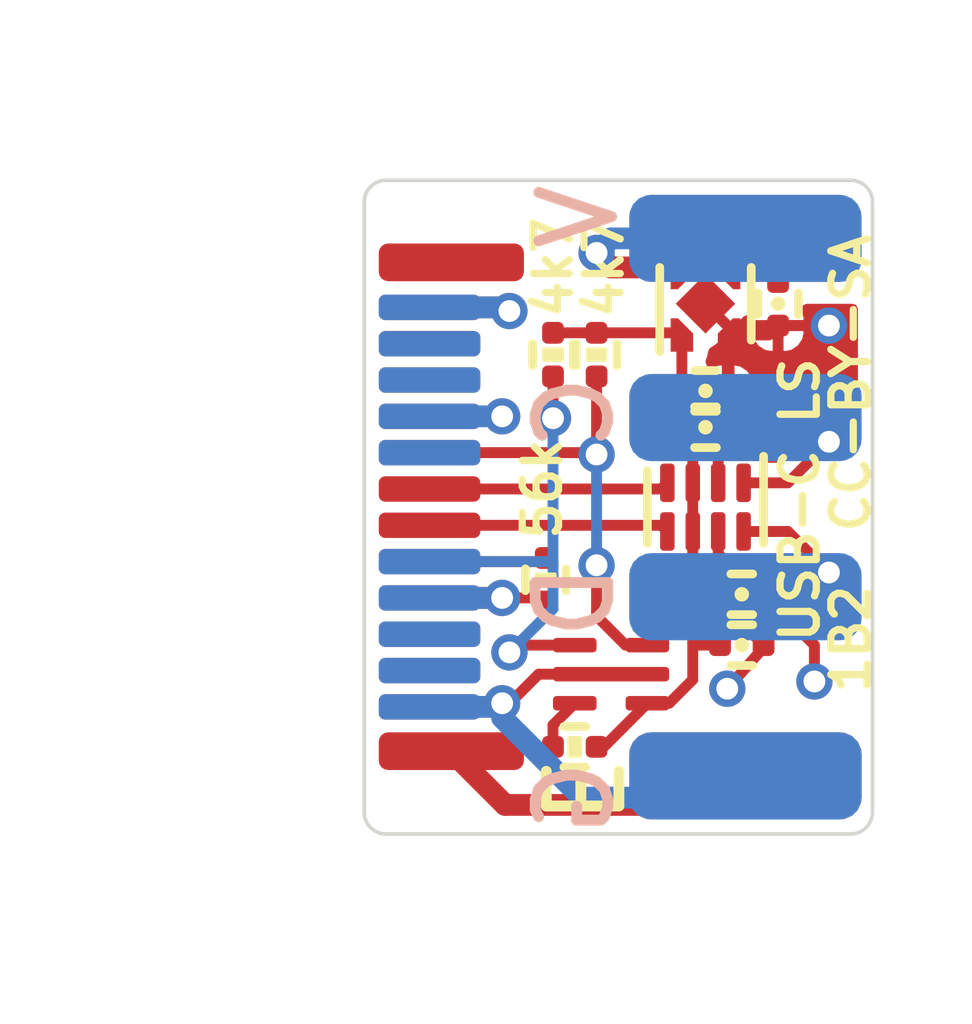
<source format=kicad_pcb>
(kicad_pcb (version 20210228) (generator pcbnew)
  (title_block (title "USB-C LevelShifter Paddle Card") (rev "R1") (company "1BitSquared") (comment 1 "(C) 2021 1BitSquared <info@1bitsquared.com>") (comment 2 "(C) 2021 Piotr Esden-Tempski <piotr@esden.net>"))
  (layers (0 "F.Cu" signal) (1 "In1.Cu" signal) (2 "In2.Cu" signal) (31 "B.Cu" signal) (34 "B.Paste" user) (35 "F.Paste" user) (36 "B.SilkS" user "B.Silkscreen") (37 "F.SilkS" user "F.Silkscreen") (38 "B.Mask" user) (39 "F.Mask" user) (44 "Edge.Cuts" user))
  (net 0 "")
  (net 1 "Earth")
  (net 2 "GND")
  (net 5 "VBUS")
  (net 6 "/DATA")
  (net 7 "/CLK")
  (net 8 "Net-(U3-Pad5)")
  (net 13 "Net-(J1-PadA5)")
  (net 17 "/SCL")
  (net 18 "/SDA")
  (net 19 "+3V3")
  (net 20 "/xCLK")
  (net 21 "/xDATA")
  (footprint "pkl_dipol:C_0201" (layer "F.Cu") (at 34.2 31.9 180)
    (fp_text reference "C5")
    (fp_text value "100n")
    (fp_line (start 0.15 0.28) (end -0.15 0.28) (layer "F.SilkS") (width 0.12))
    (fp_line (start -0.15 -0.28) (end 0.15 -0.28) (layer "F.SilkS") (width 0.12))
    (fp_circle (center 0 0) (end 0.05 0) (layer "F.SilkS") (width 0.1) (fill solid))
    (pad "1" smd roundrect (at -0.3 0 180) (size 0.3 0.3) (layers "F.Cu" "F.Paste" "F.Mask") (net 2 "GND"))
    (pad "2" smd roundrect (at 0.3 0 180) (size 0.3 0.3) (layers "F.Cu" "F.Paste" "F.Mask") (net 19 "+3V3"))
  )
  (footprint "pkl_dipol:C_0201" (layer "F.Cu") (at 33.7 28.9 180)
    (fp_text reference "C3")
    (fp_text value "100n")
    (fp_line (start -0.15 -0.28) (end 0.15 -0.28) (layer "F.SilkS") (width 0.12))
    (fp_line (start 0.15 0.28) (end -0.15 0.28) (layer "F.SilkS") (width 0.12))
    (fp_circle (center 0 0) (end 0.05 0) (layer "F.SilkS") (width 0.1) (fill solid))
    (pad "1" smd roundrect (at -0.3 0 180) (size 0.3 0.3) (layers "F.Cu" "F.Paste" "F.Mask") (net 2 "GND"))
    (pad "2" smd roundrect (at 0.3 0 180) (size 0.3 0.3) (layers "F.Cu" "F.Paste" "F.Mask") (net 19 "+3V3"))
  )
  (footprint "Package_SON:Texas_X2SON-4_1x1mm_P0.65mm" (layer "F.Cu") (at 33.7 27.2 90)
    (fp_text reference "U2")
    (fp_text value "3v3 VREG")
    (fp_line (start -0.5 0.63) (end 0.5 0.63) (layer "F.SilkS") (width 0.12))
    (fp_line (start -0.66 -0.63) (end 0.5 -0.63) (layer "F.SilkS") (width 0.12))
    (pad "1" smd custom (at -0.43 -0.325 90) (size 0.148492 0.148492) (layers "F.Cu") (net 19 "+3V3") (options (clearance outline) (anchor circle)) (primitives (gr_poly (pts (xy 0.23 -0.155) (xy -0.23 -0.155) (xy -0.23 0.155) (xy 0.020711 0.155) (xy 0.23 -0.054289)) (width 0) (fill yes))))
    (pad "2" smd custom (at -0.43 0.325 90) (size 0.148492 0.148492) (layers "F.Cu") (net 2 "GND") (options (clearance outline) (anchor circle)) (primitives (gr_poly (pts (xy 0.23 0.054289) (xy 0.23 0.155) (xy -0.23 0.155) (xy -0.23 -0.155) (xy 0.020711 -0.155)) (width 0) (fill yes))))
    (pad "3" smd custom (at 0.43 0.325 90) (size 0.148492 0.148492) (layers "F.Cu") (net 5 "VBUS") (options (clearance outline) (anchor circle)) (primitives (gr_poly (pts (xy 0.23 0.155) (xy 0.23 -0.155) (xy -0.020711 -0.155) (xy -0.23 0.054289) (xy -0.23 0.155)) (width 0) (fill yes))))
    (pad "4" smd custom (at 0.43 -0.325 90) (size 0.148492 0.148492) (layers "F.Cu") (net 5 "VBUS") (options (clearance outline) (anchor circle)) (primitives (gr_poly (pts (xy -0.23 -0.155) (xy 0.23 -0.155) (xy 0.23 0.155) (xy -0.020711 0.155) (xy -0.23 -0.054289)) (width 0) (fill yes))))
    (pad "5" smd rect (at 0 0 135) (size 0.58 0.58) (layers "F.Cu" "F.Paste" "F.Mask") (net 2 "GND"))
  )
  (footprint "pkl_dipol:R_0201" (layer "F.Cu") (at 32.2 27.9 -90)
    (fp_text reference "R3")
    (fp_text value "4k7")
    (fp_line (start -0.15 -0.28) (end 0.15 -0.28) (layer "F.SilkS") (width 0.12))
    (fp_line (start 0.15 0.28) (end -0.15 0.28) (layer "F.SilkS") (width 0.12))
    (fp_rect (start -0.075 -0.125) (end 0.075 0.125) (layer "F.SilkS") (width 0.05) (fill solid))
    (pad "1" smd roundrect (at -0.3 0 270) (size 0.3 0.3) (layers "F.Cu" "F.Paste" "F.Mask") (net 19 "+3V3"))
    (pad "2" smd roundrect (at 0.3 0 270) (size 0.3 0.3) (layers "F.Cu" "F.Paste" "F.Mask") (net 18 "/SDA"))
  )
  (footprint "Package_SON:X2SON-8_1.4x1mm_P0.35mm" (layer "F.Cu") (at 33.7 30 -90)
    (fp_text reference "U1")
    (fp_text value "NTS0102GF,115")
    (fp_line (start 0.5 -0.8) (end -0.7 -0.8) (layer "F.SilkS") (width 0.12))
    (fp_line (start 0.5 0.8) (end -0.5 0.8) (layer "F.SilkS") (width 0.12))
    (pad "1" smd roundrect (at -0.335 -0.525 180) (size 0.2 0.53) (layers "F.Cu" "F.Paste" "F.Mask") (net 20 "/xCLK"))
    (pad "2" smd roundrect (at -0.335 -0.175 180) (size 0.2 0.53) (layers "F.Cu" "F.Paste" "F.Mask") (net 2 "GND"))
    (pad "3" smd roundrect (at -0.335 0.175 180) (size 0.2 0.53) (layers "F.Cu" "F.Paste" "F.Mask") (net 19 "+3V3"))
    (pad "4" smd roundrect (at -0.335 0.525 180) (size 0.2 0.53) (layers "F.Cu" "F.Paste" "F.Mask") (net 7 "/CLK"))
    (pad "5" smd roundrect (at 0.335 0.525 180) (size 0.2 0.53) (layers "F.Cu" "F.Paste" "F.Mask") (net 6 "/DATA"))
    (pad "6" smd roundrect (at 0.335 0.175 180) (size 0.2 0.53) (layers "F.Cu" "F.Paste" "F.Mask") (net 19 "+3V3"))
    (pad "7" smd roundrect (at 0.335 -0.175 180) (size 0.2 0.53) (layers "F.Cu" "F.Paste" "F.Mask") (net 5 "VBUS"))
    (pad "8" smd roundrect (at 0.335 -0.525 180) (size 0.2 0.53) (layers "F.Cu" "F.Paste" "F.Mask") (net 21 "/xDATA"))
  )
  (footprint "pkl_dipol:R_0201" (layer "F.Cu") (at 31.9 33.3 180)
    (fp_text reference "R4")
    (fp_text value "4k7")
    (fp_line (start -0.15 -0.28) (end 0.15 -0.28) (layer "F.SilkS") (width 0.12))
    (fp_line (start 0.15 0.28) (end -0.15 0.28) (layer "F.SilkS") (width 0.12))
    (fp_rect (start -0.075 -0.125) (end 0.075 0.125) (layer "F.SilkS") (width 0.05) (fill solid))
    (pad "1" smd roundrect (at -0.3 0 180) (size 0.3 0.3) (layers "F.Cu" "F.Paste" "F.Mask") (net 19 "+3V3"))
    (pad "2" smd roundrect (at 0.3 0 180) (size 0.3 0.3) (layers "F.Cu" "F.Paste" "F.Mask") (net 8 "Net-(U3-Pad5)"))
  )
  (footprint "pkl_dipol:C_0201" (layer "F.Cu") (at 34.7 27.2 -90)
    (fp_text reference "C1")
    (fp_text value "1u")
    (fp_line (start -0.15 -0.28) (end 0.15 -0.28) (layer "F.SilkS") (width 0.12))
    (fp_line (start 0.15 0.28) (end -0.15 0.28) (layer "F.SilkS") (width 0.12))
    (fp_circle (center 0 0) (end 0.05 0) (layer "F.SilkS") (width 0.1) (fill solid))
    (pad "1" smd roundrect (at -0.3 0 270) (size 0.3 0.3) (layers "F.Cu" "F.Paste" "F.Mask") (net 5 "VBUS"))
    (pad "2" smd roundrect (at 0.3 0 270) (size 0.3 0.3) (layers "F.Cu" "F.Paste" "F.Mask") (net 2 "GND"))
  )
  (footprint "pkl_dipol:R_0201" (layer "F.Cu") (at 31.6 27.9 -90)
    (fp_text reference "R2")
    (fp_text value "4k7")
    (fp_line (start 0.15 0.28) (end -0.15 0.28) (layer "F.SilkS") (width 0.12))
    (fp_line (start -0.15 -0.28) (end 0.15 -0.28) (layer "F.SilkS") (width 0.12))
    (fp_rect (start -0.075 -0.125) (end 0.075 0.125) (layer "F.SilkS") (width 0.05) (fill solid))
    (pad "1" smd roundrect (at -0.3 0 270) (size 0.3 0.3) (layers "F.Cu" "F.Paste" "F.Mask") (net 19 "+3V3"))
    (pad "2" smd roundrect (at 0.3 0 270) (size 0.3 0.3) (layers "F.Cu" "F.Paste" "F.Mask") (net 17 "/SCL"))
  )
  (footprint "pkl_dipol:C_0201" (layer "F.Cu") (at 33.7 28.4)
    (fp_text reference "C2")
    (fp_text value "1u")
    (fp_line (start -0.15 -0.28) (end 0.15 -0.28) (layer "F.SilkS") (width 0.12))
    (fp_line (start 0.15 0.28) (end -0.15 0.28) (layer "F.SilkS") (width 0.12))
    (fp_circle (center 0 0) (end 0.05 0) (layer "F.SilkS") (width 0.1) (fill solid))
    (pad "1" smd roundrect (at -0.3 0) (size 0.3 0.3) (layers "F.Cu" "F.Paste" "F.Mask") (net 19 "+3V3"))
    (pad "2" smd roundrect (at 0.3 0) (size 0.3 0.3) (layers "F.Cu" "F.Paste" "F.Mask") (net 2 "GND"))
  )
  (footprint "pkl_pads:PAD_SMD_1.2x2.5" (layer "F.Cu") (at 33.9 33.7)
    (fp_text reference "P5")
    (fp_text value "PAD_SMD")
    (pad "1" smd roundrect (at 0.35 0) (size 3.2 1.2) (layers "F.Cu" "F.Mask") (net 1 "Earth"))
  )
  (footprint "pkl_housings_dfn_qfn:UFDFPN-5_1.7x1.4mm_P0.4mm" (layer "F.Cu") (at 32.4 32.3 180)
    (fp_text reference "U3")
    (fp_text value "M24C02-FMH")
    (pad "1" smd roundrect (at -0.5 -0.4 180) (size 0.6 0.2) (layers "F.Cu" "F.Paste" "F.Mask") (net 19 "+3V3"))
    (pad "2" smd roundrect (at 0 0 180) (size 1.6 0.2) (layers "F.Cu" "F.Paste" "F.Mask") (net 2 "GND"))
    (pad "3" smd roundrect (at -0.5 0.4 180) (size 0.6 0.2) (layers "F.Cu" "F.Paste" "F.Mask") (net 18 "/SDA"))
    (pad "4" smd roundrect (at 0.5 0.4 180) (size 0.6 0.2) (layers "F.Cu" "F.Paste" "F.Mask") (net 17 "/SCL"))
    (pad "5" smd roundrect (at 0.5 -0.4 180) (size 0.6 0.2) (layers "F.Cu" "F.Paste" "F.Mask") (net 8 "Net-(U3-Pad5)"))
  )
  (footprint "pkl_connectors:USB_C_Plug_CNC_C-AW10-AK5V50" (layer "F.Cu") (at 30 30 90)
    (fp_text reference "J1")
    (fp_text value "USB_C_Receptacle")
    (pad "A1" smd roundrect (at -2.75 -0.1 90) (size 0.35 1.4) (layers "F.Cu" "F.Paste" "F.Mask") (net 2 "GND"))
    (pad "A2" smd roundrect (at -2.25 -0.1 90) (size 0.35 1.4) (layers "F.Cu" "F.Paste" "F.Mask"))
    (pad "A3" smd roundrect (at -1.75 -0.1 90) (size 0.35 1.4) (layers "F.Cu" "F.Paste" "F.Mask"))
    (pad "A4" smd roundrect (at -1.25 -0.1 90) (size 0.35 1.4) (layers "F.Cu" "F.Paste" "F.Mask") (net 5 "VBUS"))
    (pad "A5" smd roundrect (at -0.75 -0.1 90) (size 0.35 1.4) (layers "F.Cu" "F.Paste" "F.Mask") (net 13 "Net-(J1-PadA5)"))
    (pad "A6" smd roundrect (at -0.25 -0.1 90) (size 0.35 1.4) (layers "F.Cu" "F.Paste" "F.Mask") (net 6 "/DATA"))
    (pad "A7" smd roundrect (at 0.25 -0.1 90) (size 0.35 1.4) (layers "F.Cu" "F.Paste" "F.Mask") (net 7 "/CLK"))
    (pad "A8" smd roundrect (at 0.75 -0.1 90) (size 0.35 1.4) (layers "F.Cu" "F.Paste" "F.Mask") (net 18 "/SDA"))
    (pad "A9" smd roundrect (at 1.25 -0.1 90) (size 0.35 1.4) (layers "F.Cu" "F.Paste" "F.Mask") (net 5 "VBUS"))
    (pad "A10" smd roundrect (at 1.75 -0.1 90) (size 0.35 1.4) (layers "F.Cu" "F.Paste" "F.Mask"))
    (pad "A11" smd roundrect (at 2.25 -0.1 90) (size 0.35 1.4) (layers "F.Cu" "F.Paste" "F.Mask"))
    (pad "A12" smd roundrect (at 2.75 -0.1 90) (size 0.35 1.4) (layers "F.Cu" "F.Paste" "F.Mask") (net 2 "GND"))
    (pad "B1" smd roundrect (at 2.75 -0.1 90) (size 0.35 1.4) (layers "B.Cu" "B.Paste" "B.Mask") (net 2 "GND"))
    (pad "B2" smd roundrect (at 2.25 -0.1 90) (size 0.35 1.4) (layers "B.Cu" "B.Paste" "B.Mask"))
    (pad "B3" smd roundrect (at 1.75 -0.1 90) (size 0.35 1.4) (layers "B.Cu" "B.Paste" "B.Mask"))
    (pad "B4" smd roundrect (at 1.25 -0.1 90) (size 0.35 1.4) (layers "B.Cu" "B.Paste" "B.Mask") (net 5 "VBUS"))
    (pad "B5" smd roundrect (at 0.75 -0.1 90) (size 0.35 1.4) (layers "B.Cu" "B.Paste" "B.Mask"))
    (pad "B8" smd roundrect (at -0.75 -0.1 90) (size 0.35 1.4) (layers "B.Cu" "B.Paste" "B.Mask") (net 17 "/SCL"))
    (pad "B9" smd roundrect (at -1.25 -0.1 90) (size 0.35 1.4) (layers "B.Cu" "B.Paste" "B.Mask") (net 5 "VBUS"))
    (pad "B10" smd roundrect (at -1.75 -0.1 90) (size 0.35 1.4) (layers "B.Cu" "B.Paste" "B.Mask"))
    (pad "B11" smd roundrect (at -2.25 -0.1 90) (size 0.35 1.4) (layers "B.Cu" "B.Paste" "B.Mask"))
    (pad "B12" smd roundrect (at -2.75 -0.1 90) (size 0.35 1.4) (layers "B.Cu" "B.Paste" "B.Mask") (net 2 "GND"))
    (pad "S1" smd roundrect (at 3.37 0.2 90) (size 0.52 2) (layers "F.Cu" "F.Paste" "F.Mask") (net 1 "Earth"))
    (pad "S1" smd roundrect (at -3.36 0.2 90) (size 0.52 2) (layers "F.Cu" "F.Paste" "F.Mask") (net 1 "Earth"))
  )
  (footprint "pkl_dipol:R_0201" (layer "F.Cu") (at 31.5 31 -90)
    (fp_text reference "R1")
    (fp_text value "56k")
    (fp_line (start 0.15 0.28) (end -0.15 0.28) (layer "F.SilkS") (width 0.12))
    (fp_line (start -0.15 -0.28) (end 0.15 -0.28) (layer "F.SilkS") (width 0.12))
    (fp_rect (start -0.075 -0.125) (end 0.075 0.125) (layer "F.SilkS") (width 0.05) (fill solid))
    (pad "1" smd roundrect (at -0.3 0 270) (size 0.3 0.3) (layers "F.Cu" "F.Paste" "F.Mask") (net 13 "Net-(J1-PadA5)"))
    (pad "2" smd roundrect (at 0.3 0 270) (size 0.3 0.3) (layers "F.Cu" "F.Paste" "F.Mask") (net 5 "VBUS"))
  )
  (footprint "pkl_dipol:C_0201" (layer "F.Cu") (at 34.2 31.2)
    (fp_text reference "C4")
    (fp_text value "100n")
    (fp_line (start 0.15 0.28) (end -0.15 0.28) (layer "F.SilkS") (width 0.12))
    (fp_line (start -0.15 -0.28) (end 0.15 -0.28) (layer "F.SilkS") (width 0.12))
    (fp_circle (center 0 0) (end 0.05 0) (layer "F.SilkS") (width 0.1) (fill solid))
    (pad "1" smd roundrect (at -0.3 0) (size 0.3 0.3) (layers "F.Cu" "F.Paste" "F.Mask") (net 2 "GND"))
    (pad "2" smd roundrect (at 0.3 0) (size 0.3 0.3) (layers "F.Cu" "F.Paste" "F.Mask") (net 5 "VBUS"))
  )
  (footprint "pkl_pads:PAD_SMD_1.2x2.5" (layer "B.Cu") (at 33.9 33.7 180)
    (fp_text reference "P4")
    (fp_text value "PAD_SMD")
    (pad "1" smd roundrect (at -0.35 0 180) (size 3.2 1.2) (layers "B.Cu" "B.Mask") (net 2 "GND"))
  )
  (footprint "pkl_pads:PAD_SMD_1.2x2.5" (layer "B.Cu") (at 33.9 31.233332 180)
    (fp_text reference "P3")
    (fp_text value "PAD_SMD")
    (pad "1" smd roundrect (at -0.35 0 180) (size 3.2 1.2) (layers "B.Cu" "B.Mask") (net 21 "/xDATA"))
  )
  (footprint "pkl_pads:PAD_SMD_1.2x2.5" (layer "B.Cu") (at 33.9 26.3 180)
    (fp_text reference "P1")
    (fp_text value "PAD_SMD")
    (pad "1" smd roundrect (at -0.35 0 180) (size 3.2 1.2) (layers "B.Cu" "B.Mask") (net 5 "VBUS"))
  )
  (footprint "pkl_pads:PAD_SMD_1.2x2.5" (layer "B.Cu") (at 33.9 28.766666 180)
    (fp_text reference "P2")
    (fp_text value "PAD_SMD")
    (pad "1" smd roundrect (at -0.35 0 180) (size 3.2 1.2) (layers "B.Cu" "B.Mask") (net 20 "/xCLK"))
  )
  (gr_line (start 36 34.2) (end 36 25.8) (layer "Edge.Cuts") (width 0.05))
  (gr_arc (start 29.3 34.2) (end 29 34.2) (angle -90) (layer "Edge.Cuts") (width 0.05))
  (gr_arc (start 35.7 34.2) (end 35.7 34.5) (angle -90) (layer "Edge.Cuts") (width 0.05))
  (gr_line (start 29 34.2) (end 29 25.8) (layer "Edge.Cuts") (width 0.05))
  (gr_arc (start 29.3 25.8) (end 29 25.8) (angle 90) (layer "Edge.Cuts") (width 0.05))
  (gr_line (start 29.3 34.5) (end 35.7 34.5) (layer "Edge.Cuts") (width 0.05))
  (gr_line (start 29.3 25.5) (end 35.7 25.5) (layer "Edge.Cuts") (width 0.05))
  (gr_arc (start 35.7 25.8) (end 36 25.8) (angle -90) (layer "Edge.Cuts") (width 0.05))
  (gr_text "V" (at 31.95 26 90) (layer "B.SilkS") (effects (font (size 1 1)) (justify mirror)))
  (gr_text "D" (at 31.9 31.3 90) (layer "B.SilkS") (effects (font (size 1 1)) (justify mirror)))
  (gr_text "C" (at 31.9 28.7 90) (layer "B.SilkS") (effects (font (size 1 1)) (justify mirror)))
  (gr_text "G" (at 31.9 34 90) (layer "B.SilkS") (effects (font (size 1 1)) (justify mirror)))
  (gr_text "USB-C LS" (at 35 29.9 90) (layer "F.SilkS") (effects (font (size 0.5 0.5) (thickness 0.1))))
  (gr_text "E" (at 32.0525 33.9 90) (layer "F.SilkS") (effects (font (size 1 1))))
  (gr_text "4k7" (at 32.3 26.7 90) (layer "F.SilkS") (effects (font (size 0.5 0.5) (thickness 0.1))))
  (gr_text "4k7" (at 31.6 26.7 90) (layer "F.SilkS") (effects (font (size 0.5 0.5) (thickness 0.1))))
  (gr_text "56k" (at 31.45 29.75 90) (layer "F.SilkS") (effects (font (size 0.5 0.5) (thickness 0.1))))
  (gr_text "1B2  CC-BY-SA" (at 35.7 29.4 90) (layer "F.SilkS") (effects (font (size 0.5 0.5) (thickness 0.1))))
  (segment (start 33.85 34.1) (end 34.25 33.7) (width 0.3) (layer "F.Cu") (net 1))
  (segment (start 30.94 34.1) (end 33.85 34.1) (width 0.3) (layer "F.Cu") (net 1))
  (segment (start 30.2 33.36) (end 30.94 34.1) (width 0.3) (layer "F.Cu") (net 1))
  (segment (start 33.875 29.665) (end 33.875 29.025) (width 0.15) (layer "F.Cu") (net 2))
  (segment (start 34.5 31.932832) (end 34.5 31.9) (width 0.15) (layer "F.Cu") (net 2))
  (segment (start 34 28.4) (end 34 28.9) (width 0.15) (layer "F.Cu") (net 2))
  (segment (start 34.025 27.63) (end 34.025 27.525) (width 0.15) (layer "F.Cu") (net 2))
  (segment (start 29.9 32.75) (end 30.85 32.75) (width 0.3) (layer "F.Cu") (net 2))
  (segment (start 31.002277 32.7) (end 30.9 32.7) (width 0.15) (layer "F.Cu") (net 2))
  (segment (start 34.025 27.525) (end 33.7 27.2) (width 0.15) (layer "F.Cu") (net 2))
  (segment (start 34.025 27.63) (end 34.025 28.375) (width 0.15) (layer "F.Cu") (net 2))
  (segment (start 33.9 31.2) (end 33.9 31.3) (width 0.15) (layer "F.Cu") (net 2))
  (segment (start 34 32.5) (end 34.5 31.932832) (width 0.15) (layer "F.Cu") (net 2))
  (segment (start 34.7 27.5) (end 35.4 27.5) (width 0.15) (layer "F.Cu") (net 2))
  (segment (start 34.025 28.375) (end 34 28.4) (width 0.15) (layer "F.Cu") (net 2))
  (segment (start 30.85 32.75) (end 30.9 32.7) (width 0.3) (layer "F.Cu") (net 2))
  (segment (start 34.025 27.63) (end 34.57 27.63) (width 0.15) (layer "F.Cu") (net 2))
  (segment (start 29.9 27.25) (end 30.95 27.25) (width 0.3) (layer "F.Cu") (net 2))
  (segment (start 30.95 27.25) (end 31 27.3) (width 0.3) (layer "F.Cu") (net 2))
  (segment (start 33.875 29.025) (end 34 28.9) (width 0.15) (layer "F.Cu") (net 2))
  (segment (start 34.57 27.63) (end 34.7 27.5) (width 0.15) (layer "F.Cu") (net 2))
  (segment (start 32.4 32.3) (end 31.402277 32.3) (width 0.15) (layer "F.Cu") (net 2))
  (segment (start 31.402277 32.3) (end 31.002277 32.7) (width 0.15) (layer "F.Cu") (net 2))
  (segment (start 33.9 31.3) (end 34.5 31.9) (width 0.15) (layer "F.Cu") (net 2))
  (segment (start 34 28.9) (end 34 28.8) (width 0.15) (layer "F.Cu") (net 2))
  (via (at 34 32.5) (size 0.5) (drill 0.3) (layers "F.Cu" "B.Cu") (net 2))
  (via (at 31 27.3) (size 0.5) (drill 0.3) (layers "F.Cu" "B.Cu") (net 2))
  (via (at 35.4 27.5) (size 0.5) (drill 0.3) (layers "F.Cu" "B.Cu") (net 2))
  (via (at 30.9 32.7) (size 0.5) (drill 0.3) (layers "F.Cu" "B.Cu") (net 2))
  (segment (start 32 34) (end 33.95 34) (width 0.3) (layer "B.Cu") (net 2))
  (segment (start 29.9 27.25) (end 30.95 27.25) (width 0.3) (layer "B.Cu") (net 2))
  (segment (start 30.9 32.9) (end 32 34) (width 0.3) (layer "B.Cu") (net 2))
  (segment (start 29.9 32.75) (end 30.85 32.75) (width 0.3) (layer "B.Cu") (net 2))
  (segment (start 30.9 32.7) (end 30.9 32.9) (width 0.3) (layer "B.Cu") (net 2))
  (segment (start 33.95 34) (end 34.25 33.7) (width 0.3) (layer "B.Cu") (net 2))
  (segment (start 30.95 27.25) (end 31 27.3) (width 0.3) (layer "B.Cu") (net 2))
  (segment (start 30.85 32.75) (end 30.9 32.7) (width 0.3) (layer "B.Cu") (net 2))
  (segment (start 34.3 30.82452) (end 34.5 31.02452) (width 0.15) (layer "F.Cu") (net 5))
  (segment (start 33.579642 26.565358) (end 33.820358 26.565358) (width 0.15) (layer "F.Cu") (net 5))
  (segment (start 33.820358 26.565358) (end 34.025 26.77) (width 0.15) (layer "F.Cu") (net 5))
  (segment (start 33.305 26.7) (end 33.335646 26.730646) (width 0.3) (layer "F.Cu") (net 5))
  (segment (start 30.9 31.25) (end 30.95 31.25) (width 0.15) (layer "F.Cu") (net 5))
  (segment (start 30.9 28.75) (end 31 28.75) (width 0.3) (layer "F.Cu") (net 5))
  (segment (start 33.875 30.335) (end 33.875 30.645302) (width 0.15) (layer "F.Cu") (net 5))
  (segment (start 33.875 30.645302) (end 34.054218 30.82452) (width 0.15) (layer "F.Cu") (net 5))
  (segment (start 29.9 28.75) (end 30.9 28.75) (width 0.3) (layer "F.Cu") (net 5))
  (segment (start 32.4 26.7) (end 33.305 26.7) (width 0.3) (layer "F.Cu") (net 5))
  (segment (start 31.45 31.25) (end 31.5 31.3) (width 0.15) (layer "F.Cu") (net 5))
  (segment (start 29.9 31.25) (end 30.9 31.25) (width 0.3) (layer "F.Cu") (net 5))
  (segment (start 34.57 26.77) (end 34.7 26.9) (width 0.15) (layer "F.Cu") (net 5))
  (segment (start 30.9 31.25) (end 31.45 31.25) (width 0.15) (layer "F.Cu") (net 5))
  (segment (start 35.2 31.9) (end 35.2 32.4) (width 0.15) (layer "F.Cu") (net 5))
  (segment (start 34.5 31.02452) (end 34.5 31.2) (width 0.15) (layer "F.Cu") (net 5))
  (segment (start 34.5 31.2) (end 35.2 31.9) (width 0.15) (layer "F.Cu") (net 5))
  (segment (start 32.2 26.5) (end 32.4 26.7) (width 0.3) (layer "F.Cu") (net 5))
  (segment (start 34.025 26.77) (end 34.57 26.77) (width 0.15) (layer "F.Cu") (net 5))
  (segment (start 33.375 26.77) (end 33.579642 26.565358) (width 0.15) (layer "F.Cu") (net 5))
  (segment (start 34.054218 30.82452) (end 34.3 30.82452) (width 0.15) (layer "F.Cu") (net 5))
  (via (at 35.2 32.4) (size 0.5) (drill 0.3) (layers "F.Cu" "B.Cu") (net 5))
  (via (at 30.9 31.25) (size 0.5) (drill 0.3) (layers "F.Cu" "B.Cu") (net 5))
  (via (at 30.9 28.75) (size 0.5) (drill 0.3) (layers "F.Cu" "B.Cu") (net 5))
  (via (at 32.2 26.5) (size 0.5) (drill 0.3) (layers "F.Cu" "B.Cu") (net 5))
  (segment (start 32.4 26.3) (end 32.2 26.5) (width 0.3) (layer "B.Cu") (net 5))
  (segment (start 34.25 26.3) (end 32.4 26.3) (width 0.3) (layer "B.Cu") (net 5))
  (segment (start 29.9 28.75) (end 30.9 28.75) (width 0.3) (layer "B.Cu") (net 5))
  (segment (start 29.9 31.25) (end 30.9 31.25) (width 0.3) (layer "B.Cu") (net 5))
  (segment (start 29.9 31.25) (end 29.82499 31.25) (width 0.3) (layer "B.Cu") (net 5))
  (segment (start 33.09 30.25) (end 33.175 30.335) (width 0.15) (layer "F.Cu") (net 6))
  (segment (start 29.9 30.25) (end 33.09 30.25) (width 0.15) (layer "F.Cu") (net 6))
  (segment (start 33.09 29.75) (end 33.175 29.665) (width 0.15) (layer "F.Cu") (net 7))
  (segment (start 29.9 29.75) (end 33.09 29.75) (width 0.15) (layer "F.Cu") (net 7))
  (segment (start 31.6 33.3) (end 31.6 33) (width 0.15) (layer "F.Cu") (net 8))
  (segment (start 31.6 33) (end 31.9 32.7) (width 0.15) (layer "F.Cu") (net 8))
  (segment (start 31.45 30.75) (end 31.5 30.7) (width 0.15) (layer "F.Cu") (net 13))
  (segment (start 29.9 30.75) (end 31.45 30.75) (width 0.15) (layer "F.Cu") (net 13))
  (segment (start 31 32) (end 31.1 31.9) (width 0.15) (layer "F.Cu") (net 17))
  (segment (start 31.1 31.9) (end 31.9 31.9) (width 0.15) (layer "F.Cu") (net 17))
  (segment (start 31.6 28.2) (end 31.6 28.7755) (width 0.15) (layer "F.Cu") (net 17))
  (via (at 31 32) (size 0.5) (drill 0.3) (layers "F.Cu" "B.Cu") (net 17))
  (via (at 31.6 28.7755) (size 0.5) (drill 0.3) (layers "F.Cu" "B.Cu") (net 17))
  (segment (start 31.6 28.7755) (end 31.6 30.796745) (width 0.15) (layer "B.Cu") (net 17))
  (segment (start 31.553255 30.75) (end 29.9 30.75) (width 0.15) (layer "B.Cu") (net 17))
  (segment (start 31.6 30.796745) (end 31.6 31.4) (width 0.15) (layer "B.Cu") (net 17))
  (segment (start 31.6 30.796745) (end 31.553255 30.75) (width 0.15) (layer "B.Cu") (net 17))
  (segment (start 31.6 31.4) (end 31 32) (width 0.15) (layer "B.Cu") (net 17))
  (segment (start 32.2 29.2755) (end 32.1745 29.25) (width 0.15) (layer "F.Cu") (net 18))
  (segment (start 32.1745 29.25) (end 29.9 29.25) (width 0.15) (layer "F.Cu") (net 18))
  (segment (start 32.2 31.5) (end 32.2 30.8) (width 0.15) (layer "F.Cu") (net 18))
  (segment (start 32.6 31.9) (end 32.2 31.5) (width 0.15) (layer "F.Cu") (net 18))
  (segment (start 32.2 28.2) (end 32.2 29.2755) (width 0.15) (layer "F.Cu") (net 18))
  (segment (start 32.9 31.9) (end 32.6 31.9) (width 0.15) (layer "F.Cu") (net 18))
  (via (at 32.2 30.8) (size 0.5) (drill 0.3) (layers "F.Cu" "B.Cu") (net 18))
  (via (at 32.2 29.2755) (size 0.5) (drill 0.3) (layers "F.Cu" "B.Cu") (net 18))
  (segment (start 32.2 29.2755) (end 32.2 30.8) (width 0.15) (layer "B.Cu") (net 18))
  (segment (start 33.525 31.875) (end 33.525 32.375) (width 0.15) (layer "F.Cu") (net 19))
  (segment (start 33.375 28.375) (end 33.4 28.4) (width 0.15) (layer "F.Cu") (net 19))
  (segment (start 33.4 28.4) (end 33.4 28.5) (width 0.15) (layer "F.Cu") (net 19))
  (segment (start 32.2 27.6) (end 33.345 27.6) (width 0.15) (layer "F.Cu") (net 19))
  (segment (start 33.525 29.665) (end 33.525 30.335) (width 0.15) (layer "F.Cu") (net 19))
  (segment (start 33.55 31.9) (end 33.525 31.875) (width 0.15) (layer "F.Cu") (net 19))
  (segment (start 31.6 27.6) (end 32.2 27.6) (width 0.15) (layer "F.Cu") (net 19))
  (segment (start 33.2 32.7) (end 32.9 32.7) (width 0.15) (layer "F.Cu") (net 19))
  (segment (start 32.3 33.3) (end 32.9 32.7) (width 0.15) (layer "F.Cu") (net 19))
  (segment (start 33.525 30.335) (end 33.525 31.875) (width 0.15) (layer "F.Cu") (net 19))
  (segment (start 33.345 27.6) (end 33.375 27.63) (width 0.15) (layer "F.Cu") (net 19))
  (segment (start 33.4 28.4) (end 33.4 28.9) (width 0.15) (layer "F.Cu") (net 19))
  (segment (start 33.525 29.025) (end 33.4 28.9) (width 0.15) (layer "F.Cu") (net 19))
  (segment (start 33.9 31.9) (end 33.55 31.9) (width 0.15) (layer "F.Cu") (net 19))
  (segment (start 33.525 29.665) (end 33.525 29.025) (width 0.15) (layer "F.Cu") (net 19))
  (segment (start 33.525 32.375) (end 33.2 32.7) (width 0.15) (layer "F.Cu") (net 19))
  (segment (start 33.375 27.63) (end 33.375 28.375) (width 0.15) (layer "F.Cu") (net 19))
  (segment (start 32.2 33.3) (end 32.3 33.3) (width 0.15) (layer "F.Cu") (net 19))
  (segment (start 34.835 29.665) (end 34.225 29.665) (width 0.15) (layer "F.Cu") (net 20))
  (segment (start 35.4 29.1) (end 34.835 29.665) (width 0.15) (layer "F.Cu") (net 20))
  (via (at 35.4 29.1) (size 0.5) (drill 0.3) (layers "F.Cu" "B.Cu") (net 20))
  (segment (start 35.4 29.1) (end 35.066666 28.766666) (width 0.15) (layer "B.Cu") (net 20))
  (segment (start 35.066666 28.766666) (end 34.25 28.766666) (width 0.15) (layer "B.Cu") (net 20))
  (segment (start 34.835 30.335) (end 34.225 30.335) (width 0.15) (layer "F.Cu") (net 21))
  (segment (start 35.4 30.9) (end 34.835 30.335) (width 0.15) (layer "F.Cu") (net 21))
  (via (at 35.4 30.9) (size 0.5) (drill 0.3) (layers "F.Cu" "B.Cu") (net 21))
  (zone (net 2) (net_name "GND") (layer "F.Cu") (connect_pads (clearance 0.2)) (min_thickness 0.15) (fill yes (thermal_gap 0.2) (thermal_bridge_width 0.15))
    (polygon (pts (xy 35.8 28.8) (xy 35 28.8) (xy 35 30) (xy 33.7 30) (xy 33.7 27.2) (xy 35.8 27.2)))
  )
)
</source>
